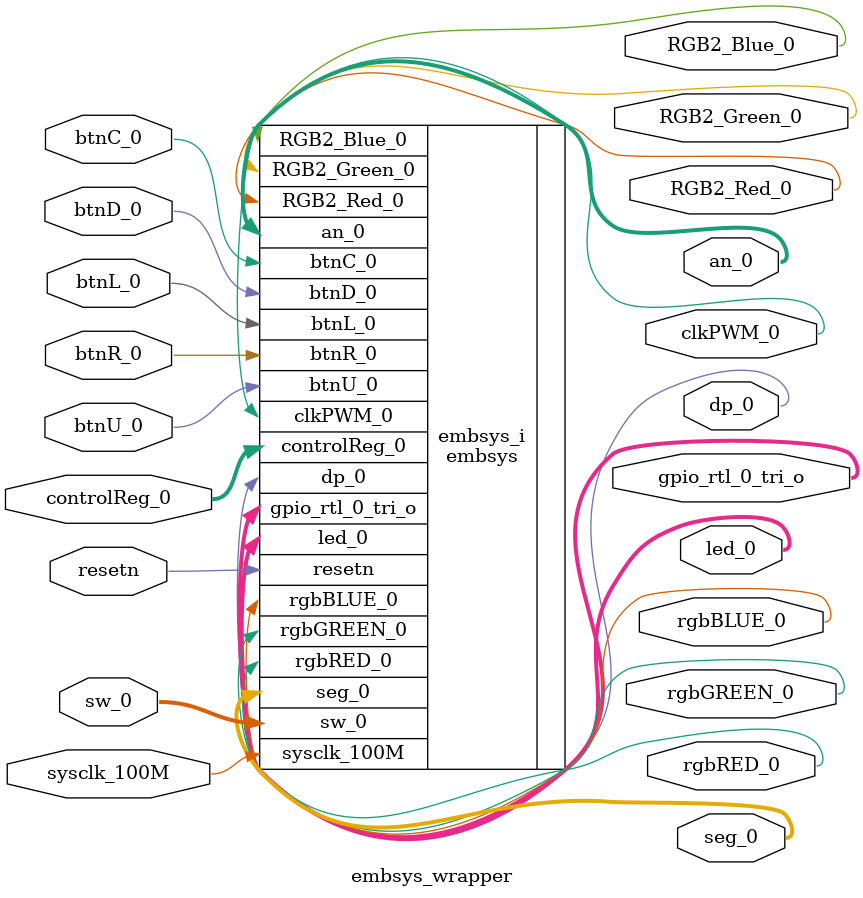
<source format=v>
`timescale 1 ps / 1 ps

module embsys_wrapper
   (RGB2_Blue_0,
    RGB2_Green_0,
    RGB2_Red_0,
    an_0,
    btnC_0,
    btnD_0,
    btnL_0,
    btnR_0,
    btnU_0,
    clkPWM_0,
    controlReg_0,
    dp_0,
    gpio_rtl_0_tri_o,
    led_0,
    resetn,
    rgbBLUE_0,
    rgbGREEN_0,
    rgbRED_0,
    seg_0,
    sw_0,
    sysclk_100M);
  output RGB2_Blue_0;
  output RGB2_Green_0;
  output RGB2_Red_0;
  output [7:0]an_0;
  input btnC_0;
  input btnD_0;
  input btnL_0;
  input btnR_0;
  input btnU_0;
  output clkPWM_0;
  input [31:0]controlReg_0;
  output dp_0;
  output [31:0]gpio_rtl_0_tri_o;
  output [15:0]led_0;
  input resetn;
  output rgbBLUE_0;
  output rgbGREEN_0;
  output rgbRED_0;
  output [6:0]seg_0;
  input [15:0]sw_0;
  input sysclk_100M;

  wire RGB2_Blue_0;
  wire RGB2_Green_0;
  wire RGB2_Red_0;
  wire [7:0]an_0;
  wire btnC_0;
  wire btnD_0;
  wire btnL_0;
  wire btnR_0;
  wire btnU_0;
  wire clkPWM_0;
  wire [31:0]controlReg_0;
  wire dp_0;
  wire [31:0]gpio_rtl_0_tri_o;
  wire [15:0]led_0;
  wire resetn;
  wire rgbBLUE_0;
  wire rgbGREEN_0;
  wire rgbRED_0;
  wire [6:0]seg_0;
  wire [15:0]sw_0;
  wire sysclk_100M;

  embsys embsys_i
       (.RGB2_Blue_0(RGB2_Blue_0),
        .RGB2_Green_0(RGB2_Green_0),
        .RGB2_Red_0(RGB2_Red_0),
        .an_0(an_0),
        .btnC_0(btnC_0),
        .btnD_0(btnD_0),
        .btnL_0(btnL_0),
        .btnR_0(btnR_0),
        .btnU_0(btnU_0),
        .clkPWM_0(clkPWM_0),
        .controlReg_0(controlReg_0),
        .dp_0(dp_0),
        .gpio_rtl_0_tri_o(gpio_rtl_0_tri_o),
        .led_0(led_0),
        .resetn(resetn),
        .rgbBLUE_0(rgbBLUE_0),
        .rgbGREEN_0(rgbGREEN_0),
        .rgbRED_0(rgbRED_0),
        .seg_0(seg_0),
        .sw_0(sw_0),
        .sysclk_100M(sysclk_100M));
endmodule

</source>
